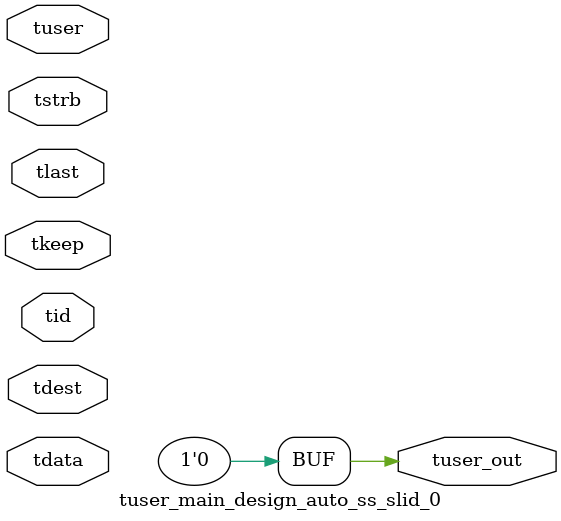
<source format=v>


`timescale 1ps/1ps

module tuser_main_design_auto_ss_slid_0 #
(
parameter C_S_AXIS_TUSER_WIDTH = 1,
parameter C_S_AXIS_TDATA_WIDTH = 32,
parameter C_S_AXIS_TID_WIDTH   = 0,
parameter C_S_AXIS_TDEST_WIDTH = 0,
parameter C_M_AXIS_TUSER_WIDTH = 1
)
(
input  [(C_S_AXIS_TUSER_WIDTH == 0 ? 1 : C_S_AXIS_TUSER_WIDTH)-1:0     ] tuser,
input  [(C_S_AXIS_TDATA_WIDTH == 0 ? 1 : C_S_AXIS_TDATA_WIDTH)-1:0     ] tdata,
input  [(C_S_AXIS_TID_WIDTH   == 0 ? 1 : C_S_AXIS_TID_WIDTH)-1:0       ] tid,
input  [(C_S_AXIS_TDEST_WIDTH == 0 ? 1 : C_S_AXIS_TDEST_WIDTH)-1:0     ] tdest,
input  [(C_S_AXIS_TDATA_WIDTH/8)-1:0 ] tkeep,
input  [(C_S_AXIS_TDATA_WIDTH/8)-1:0 ] tstrb,
input                                                                    tlast,
output [C_M_AXIS_TUSER_WIDTH-1:0] tuser_out
);

assign tuser_out = {1'b0};

endmodule


</source>
